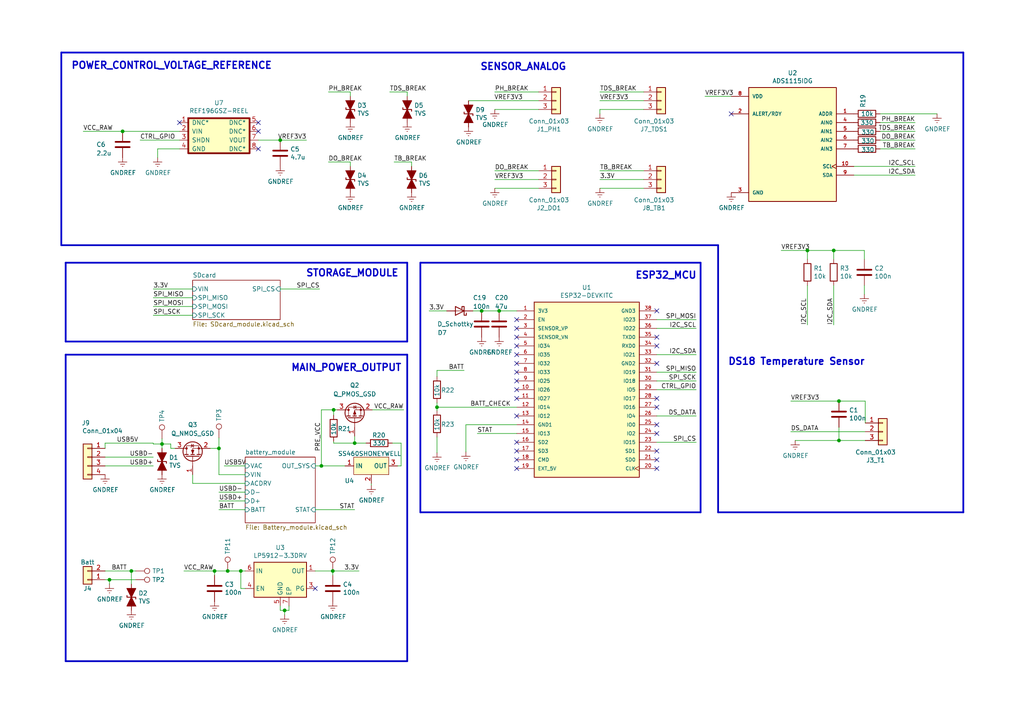
<source format=kicad_sch>
(kicad_sch (version 20230121) (generator eeschema)
  (paper "A4")
  (title_block (title "LIMPID varuna 5 V1.0") (company "LIMPID") (comment 1 "Francisco Duarte"))
  (lib_symbols
    (symbol "Connector:TestPoint" (pin_numbers hide) (pin_names (offset 0.762) hide)
      (property "Reference" "TP" (at 0 6.858 0))
      (property "Value" "TestPoint" (at 0 5.08 0))
      (symbol "TestPoint_0_1"
        (circle (center 0 3.302) (radius 0.762))
      )
      (symbol "TestPoint_1_1"
        (pin passive line (at 0 0 90) (length 2.54) (name "1") (number "1"))
      )
    )
    (symbol "Connector_Generic:Conn_01x02" (pin_names (offset 1.016) hide)
      (property "Reference" "J" (at 0 2.54 0))
      (property "Value" "Conn_01x02" (at 0 -5.08 0))
      (symbol "Conn_01x02_1_1"
        (rectangle (start -1.27 -2.413) (end 0 -2.667) (stroke (width 0.1524)))
        (rectangle (start -1.27 0.127) (end 0 -0.127) (stroke (width 0.1524)))
        (rectangle (start -1.27 1.27) (end 1.27 -3.81) (stroke (width 0.254)) (fill (type background)))
        (pin passive line (at -5.08 0 0) (length 3.81) (name "Pin_1") (number "1"))
        (pin passive line (at -5.08 -2.54 0) (length 3.81) (name "Pin_2") (number "2"))
      )
    )
    (symbol "Connector_Generic:Conn_01x03" (pin_names (offset 1.016) hide)
      (property "Reference" "J" (at 0 5.08 0))
      (property "Value" "Conn_01x03" (at 0 -5.08 0))
      (symbol "Conn_01x03_1_1"
        (rectangle (start -1.27 -2.413) (end 0 -2.667) (stroke (width 0.1524)))
        (rectangle (start -1.27 0.127) (end 0 -0.127) (stroke (width 0.1524)))
        (rectangle (start -1.27 2.667) (end 0 2.413) (stroke (width 0.1524)))
        (rectangle (start -1.27 3.81) (end 1.27 -3.81) (stroke (width 0.254)) (fill (type background)))
        (pin passive line (at -5.08 2.54 0) (length 3.81) (name "Pin_1") (number "1"))
        (pin passive line (at -5.08 0 0) (length 3.81) (name "Pin_2") (number "2"))
        (pin passive line (at -5.08 -2.54 0) (length 3.81) (name "Pin_3") (number "3"))
      )
    )
    (symbol "Connector_Generic:Conn_01x04" (pin_names (offset 1.016) hide)
      (property "Reference" "J" (at 0 5.08 0))
      (property "Value" "Conn_01x04" (at 0 -7.62 0))
      (symbol "Conn_01x04_1_1"
        (rectangle (start -1.27 -4.953) (end 0 -5.207) (stroke (width 0.1524)))
        (rectangle (start -1.27 -2.413) (end 0 -2.667) (stroke (width 0.1524)))
        (rectangle (start -1.27 0.127) (end 0 -0.127) (stroke (width 0.1524)))
        (rectangle (start -1.27 2.667) (end 0 2.413) (stroke (width 0.1524)))
        (rectangle (start -1.27 3.81) (end 1.27 -6.35) (stroke (width 0.254)) (fill (type background)))
        (pin passive line (at -5.08 2.54 0) (length 3.81) (name "Pin_1") (number "1"))
        (pin passive line (at -5.08 0 0) (length 3.81) (name "Pin_2") (number "2"))
        (pin passive line (at -5.08 -2.54 0) (length 3.81) (name "Pin_3") (number "3"))
        (pin passive line (at -5.08 -5.08 0) (length 3.81) (name "Pin_4") (number "4"))
      )
    )
    (symbol "Device:C" (pin_numbers hide) (pin_names (offset 0.254))
      (property "Reference" "C" (at 0.635 2.54 0))
      (property "Value" "C" (at 0.635 -2.54 0))
      (symbol "C_0_1"
        (polyline (pts (xy -2.032 -0.762) (xy 2.032 -0.762)) (stroke (width 0.508)))
        (polyline (pts (xy -2.032 0.762) (xy 2.032 0.762)) (stroke (width 0.508)))
      )
      (symbol "C_1_1"
        (pin passive line (at 0 3.81 270) (length 2.794) (name "~") (number "1"))
        (pin passive line (at 0 -3.81 90) (length 2.794) (name "~") (number "2"))
      )
    )
    (symbol "Device:D_Schottky" (pin_numbers hide) (pin_names (offset 1.016) hide)
      (property "Reference" "D" (at 0 2.54 0))
      (property "Value" "D_Schottky" (at 0 -2.54 0))
      (symbol "D_Schottky_0_1"
        (polyline (pts (xy 1.27 0) (xy -1.27 0)))
        (polyline (pts (xy 1.27 1.27) (xy 1.27 -1.27) (xy -1.27 0) (xy 1.27 1.27)) (stroke (width 0.254)))
        (polyline (pts (xy -1.905 0.635) (xy -1.905 1.27) (xy -1.27 1.27) (xy -1.27 -1.27) (xy -0.635 -1.27) (xy -0.635 -0.635)) (stroke (width 0.254)))
      )
      (symbol "D_Schottky_1_1"
        (pin passive line (at -3.81 0 0) (length 2.54) (name "K") (number "1"))
        (pin passive line (at 3.81 0 180) (length 2.54) (name "A") (number "2"))
      )
    )
    (symbol "Device:Q_NMOS_GSD" (pin_names (offset 0) hide)
      (property "Reference" "Q" (at 5.08 1.27 0))
      (property "Value" "Q_NMOS_GSD" (at 5.08 -1.27 0))
      (symbol "Q_NMOS_GSD_0_1"
        (polyline (pts (xy 0.254 0) (xy -2.54 0)))
        (polyline (pts (xy 0.254 1.905) (xy 0.254 -1.905)) (stroke (width 0.254)))
        (polyline (pts (xy 0.762 -1.27) (xy 0.762 -2.286)) (stroke (width 0.254)))
        (polyline (pts (xy 0.762 0.508) (xy 0.762 -0.508)) (stroke (width 0.254)))
        (polyline (pts (xy 0.762 2.286) (xy 0.762 1.27)) (stroke (width 0.254)))
        (polyline (pts (xy 2.54 2.54) (xy 2.54 1.778)))
        (polyline (pts (xy 2.54 -2.54) (xy 2.54 0) (xy 0.762 0)))
        (polyline (pts (xy 0.762 -1.778) (xy 3.302 -1.778) (xy 3.302 1.778) (xy 0.762 1.778)))
        (polyline (pts (xy 1.016 0) (xy 2.032 0.381) (xy 2.032 -0.381) (xy 1.016 0)) (fill (type outline)))
        (polyline (pts (xy 2.794 0.508) (xy 2.921 0.381) (xy 3.683 0.381) (xy 3.81 0.254)))
        (polyline (pts (xy 3.302 0.381) (xy 2.921 -0.254) (xy 3.683 -0.254) (xy 3.302 0.381)))
        (circle (center 1.651 0) (radius 2.794) (stroke (width 0.254)))
        (circle (center 2.54 -1.778) (radius 0.254) (fill (type outline)))
        (circle (center 2.54 1.778) (radius 0.254) (fill (type outline)))
      )
      (symbol "Q_NMOS_GSD_1_1"
        (pin input line (at -5.08 0 0) (length 2.54) (name "G") (number "1"))
        (pin passive line (at 2.54 -5.08 90) (length 2.54) (name "S") (number "2"))
        (pin passive line (at 2.54 5.08 270) (length 2.54) (name "D") (number "3"))
      )
    )
    (symbol "Device:Q_PMOS_GSD" (pin_names (offset 0) hide)
      (property "Reference" "Q" (at 5.08 1.27 0))
      (property "Value" "Q_PMOS_GSD" (at 5.08 -1.27 0))
      (symbol "Q_PMOS_GSD_0_1"
        (polyline (pts (xy 0.254 0) (xy -2.54 0)))
        (polyline (pts (xy 0.254 1.905) (xy 0.254 -1.905)) (stroke (width 0.254)))
        (polyline (pts (xy 0.762 -1.27) (xy 0.762 -2.286)) (stroke (width 0.254)))
        (polyline (pts (xy 0.762 0.508) (xy 0.762 -0.508)) (stroke (width 0.254)))
        (polyline (pts (xy 0.762 2.286) (xy 0.762 1.27)) (stroke (width 0.254)))
        (polyline (pts (xy 2.54 2.54) (xy 2.54 1.778)))
        (polyline (pts (xy 2.54 -2.54) (xy 2.54 0) (xy 0.762 0)))
        (polyline (pts (xy 0.762 1.778) (xy 3.302 1.778) (xy 3.302 -1.778) (xy 0.762 -1.778)))
        (polyline (pts (xy 2.286 0) (xy 1.27 0.381) (xy 1.27 -0.381) (xy 2.286 0)) (fill (type outline)))
        (polyline (pts (xy 2.794 -0.508) (xy 2.921 -0.381) (xy 3.683 -0.381) (xy 3.81 -0.254)))
        (polyline (pts (xy 3.302 -0.381) (xy 2.921 0.254) (xy 3.683 0.254) (xy 3.302 -0.381)))
        (circle (center 1.651 0) (radius 2.794) (stroke (width 0.254)))
        (circle (center 2.54 -1.778) (radius 0.254) (fill (type outline)))
        (circle (center 2.54 1.778) (radius 0.254) (fill (type outline)))
      )
      (symbol "Q_PMOS_GSD_1_1"
        (pin input line (at -5.08 0 0) (length 2.54) (name "G") (number "1"))
        (pin passive line (at 2.54 -5.08 90) (length 2.54) (name "S") (number "2"))
        (pin passive line (at 2.54 5.08 270) (length 2.54) (name "D") (number "3"))
      )
    )
    (symbol "Device:R" (pin_numbers hide) (pin_names (offset 0))
      (property "Reference" "R" (at 2.032 0 90))
      (property "Value" "R" (at 0 0 90))
      (symbol "R_0_1"
        (rectangle (start -1.016 -2.54) (end 1.016 2.54) (stroke (width 0.254)))
      )
      (symbol "R_1_1"
        (pin passive line (at 0 3.81 270) (length 1.27) (name "~") (number "1"))
        (pin passive line (at 0 -3.81 90) (length 1.27) (name "~") (number "2"))
      )
    )
    (symbol "ESP32-rescue:ADS1115IRUGR-ADS1115IRUGR" (pin_names (offset 1.016))
      (property "Reference" "U" (at -12.7 18.542 0))
      (property "Value" "ADS1115IRUGR-ADS1115IRUGR" (at -12.7 -17.78 0))
      (symbol "ADS1115IRUGR-ADS1115IRUGR_0_0"
        (rectangle (start -12.7 -15.24) (end 12.7 17.78) (stroke (width 0.254)) (fill (type background)))
        (pin input line (at -17.78 10.16 0) (length 5.08) (name "ADDR") (number "1"))
        (pin input clock (at -17.78 -5.08 0) (length 5.08) (name "SCL") (number "10"))
        (pin output line (at 17.78 10.16 180) (length 5.08) (name "ALERT/RDY") (number "2"))
        (pin power_in line (at 17.78 -12.7 180) (length 5.08) (name "GND") (number "3"))
        (pin input line (at -17.78 7.62 0) (length 5.08) (name "AIN0") (number "4"))
        (pin input line (at -17.78 5.08 0) (length 5.08) (name "AIN1") (number "5"))
        (pin input line (at -17.78 2.54 0) (length 5.08) (name "AIN2") (number "6"))
        (pin input line (at -17.78 0 0) (length 5.08) (name "AIN3") (number "7"))
        (pin power_in line (at 17.78 15.24 180) (length 5.08) (name "VDD") (number "8"))
        (pin bidirectional line (at -17.78 -7.62 0) (length 5.08) (name "SDA") (number "9"))
      )
    )
    (symbol "ESP32-rescue:AH3772-W-7"
      (property "Reference" "U" (at 0 2.54 0))
      (symbol "AH3772-W-7_1_1"
        (rectangle (start -5.08 1.27) (end 5.08 -3.81) (fill (type background)))
        (pin input line (at -7.62 -1.27 0) (length 2.54) (name "IN") (number "1"))
        (pin input line (at 0 -6.35 90) (length 2.54) (name "") (number "2"))
        (pin input line (at 7.62 -1.27 180) (length 2.54) (name "OUT") (number "3"))
      )
    )
    (symbol "ESP32-rescue:D_TVS_ALT-Device" (pin_numbers hide) (pin_names (offset 1.016) hide)
      (property "Reference" "D" (at 0 2.54 0))
      (property "Value" "Device_D_TVS_ALT" (at 0 -2.54 0))
      (symbol "D_TVS_ALT-Device_0_1"
        (polyline (pts (xy 1.27 0) (xy -1.27 0)))
        (polyline (pts (xy -2.54 -1.27) (xy 0 0) (xy -2.54 1.27) (xy -2.54 -1.27)) (stroke (width 0.254)) (fill (type outline)))
        (polyline (pts (xy 0.508 1.27) (xy 0 1.27) (xy 0 -1.27) (xy -0.508 -1.27)) (stroke (width 0.254)))
        (polyline (pts (xy 2.54 1.27) (xy 2.54 -1.27) (xy 0 0) (xy 2.54 1.27)) (stroke (width 0.254)) (fill (type outline)))
      )
      (symbol "D_TVS_ALT-Device_1_1"
        (pin passive line (at -3.81 0 0) (length 2.54) (name "A1") (number "1"))
        (pin passive line (at 3.81 0 180) (length 2.54) (name "A2") (number "2"))
      )
    )
    (symbol "ESP32-rescue:ESP32-DEVKITC-ESP32-DEVKITC" (pin_names (offset 1.016))
      (property "Reference" "U" (at -15.2654 26.0604 0))
      (property "Value" "ESP32-DEVKITC-ESP32-DEVKITC" (at -15.2654 -27.9654 0))
      (symbol "ESP32-DEVKITC-ESP32-DEVKITC_0_0"
        (rectangle (start -15.24 -25.4) (end 15.24 25.4) (stroke (width 0.254)) (fill (type background)))
        (pin power_in line (at -20.32 22.86 0) (length 5.08) (name "3V3") (number "1"))
        (pin bidirectional line (at -20.32 0 0) (length 5.08) (name "IO26") (number "10"))
        (pin bidirectional line (at -20.32 -2.54 0) (length 5.08) (name "IO27") (number "11"))
        (pin bidirectional line (at -20.32 -5.08 0) (length 5.08) (name "IO14") (number "12"))
        (pin bidirectional line (at -20.32 -7.62 0) (length 5.08) (name "IO12") (number "13"))
        (pin power_in line (at -20.32 -10.16 0) (length 5.08) (name "GND1") (number "14"))
        (pin bidirectional line (at -20.32 -12.7 0) (length 5.08) (name "IO13") (number "15"))
        (pin bidirectional line (at -20.32 -15.24 0) (length 5.08) (name "SD2") (number "16"))
        (pin bidirectional line (at -20.32 -17.78 0) (length 5.08) (name "SD3") (number "17"))
        (pin bidirectional line (at -20.32 -20.32 0) (length 5.08) (name "CMD") (number "18"))
        (pin power_in line (at -20.32 -22.86 0) (length 5.08) (name "EXT_5V") (number "19"))
        (pin input line (at -20.32 20.32 0) (length 5.08) (name "EN") (number "2"))
        (pin input clock (at 20.32 -22.86 180) (length 5.08) (name "CLK") (number "20"))
        (pin bidirectional line (at 20.32 -20.32 180) (length 5.08) (name "SD0") (number "21"))
        (pin bidirectional line (at 20.32 -17.78 180) (length 5.08) (name "SD1") (number "22"))
        (pin bidirectional line (at 20.32 -15.24 180) (length 5.08) (name "IO15") (number "23"))
        (pin bidirectional line (at 20.32 -12.7 180) (length 5.08) (name "IO2") (number "24"))
        (pin bidirectional line (at 20.32 -10.16 180) (length 5.08) (name "IO0") (number "25"))
        (pin bidirectional line (at 20.32 -7.62 180) (length 5.08) (name "IO4") (number "26"))
        (pin bidirectional line (at 20.32 -5.08 180) (length 5.08) (name "IO16") (number "27"))
        (pin bidirectional line (at 20.32 -2.54 180) (length 5.08) (name "IO17") (number "28"))
        (pin bidirectional line (at 20.32 0 180) (length 5.08) (name "IO5") (number "29"))
        (pin input line (at -20.32 17.78 0) (length 5.08) (name "SENSOR_VP") (number "3"))
        (pin bidirectional line (at 20.32 2.54 180) (length 5.08) (name "IO18") (number "30"))
        (pin bidirectional line (at 20.32 5.08 180) (length 5.08) (name "IO19") (number "31"))
        (pin power_in line (at 20.32 7.62 180) (length 5.08) (name "GND2") (number "32"))
        (pin bidirectional line (at 20.32 10.16 180) (length 5.08) (name "IO21") (number "33"))
        (pin input line (at 20.32 12.7 180) (length 5.08) (name "RXD0") (number "34"))
        (pin output line (at 20.32 15.24 180) (length 5.08) (name "TXD0") (number "35"))
        (pin bidirectional line (at 20.32 17.78 180) (length 5.08) (name "IO22") (number "36"))
        (pin bidirectional line (at 20.32 20.32 180) (length 5.08) (name "IO23") (number "37"))
        (pin power_in line (at 20.32 22.86 180) (length 5.08) (name "GND3") (number "38"))
        (pin input line (at -20.32 15.24 0) (length 5.08) (name "SENSOR_VN") (number "4"))
        (pin bidirectional line (at -20.32 12.7 0) (length 5.08) (name "IO34") (number "5"))
        (pin bidirectional line (at -20.32 10.16 0) (length 5.08) (name "IO35") (number "6"))
        (pin bidirectional line (at -20.32 7.62 0) (length 5.08) (name "IO32") (number "7"))
        (pin bidirectional line (at -20.32 5.08 0) (length 5.08) (name "IO33") (number "8"))
        (pin bidirectional line (at -20.32 2.54 0) (length 5.08) (name "IO25") (number "9"))
      )
    )
    (symbol "ESP32-rescue:LT1461CIS8-4#PBF-REF3433IDBVR" (pin_names (offset 1.016))
      (property "Reference" "U" (at 2.54 10.16 0))
      (property "Value" "LT1461CIS8-4#PBF-REF3433IDBVR" (at 3.81 7.62 0))
      (symbol "LT1461CIS8-4#PBF-REF3433IDBVR_0_1"
        (rectangle (start -5.08 5.08) (end 12.7 -5.08) (stroke (width 0.508)) (fill (type background)))
      )
      (symbol "LT1461CIS8-4#PBF-REF3433IDBVR_1_1"
        (pin input line (at -7.62 3.81 0) (length 2.54) (name "DNC*") (number "1"))
        (pin input line (at -7.62 1.27 0) (length 2.54) (name "VIN") (number "2"))
        (pin bidirectional line (at -7.62 -1.27 0) (length 2.54) (name "SHDN") (number "3"))
        (pin power_in line (at -7.62 -3.81 0) (length 2.54) (name "GND") (number "4"))
        (pin input line (at 15.24 3.81 180) (length 2.54) (name "DNC*") (number "5"))
        (pin input line (at 15.24 1.27 180) (length 2.54) (name "DNC*") (number "6"))
        (pin output line (at 15.24 -1.27 180) (length 2.54) (name "VOUT") (number "7"))
        (pin input line (at 15.24 -3.81 180) (length 2.54) (name "DNC*") (number "8"))
      )
    )
    (symbol "Regulator_Linear:LP5912-3.3DRV"
      (property "Reference" "U" (at -3.81 6.35 0))
      (property "Value" "LP5912-3.3DRV" (at 6.35 6.35 0))
      (symbol "LP5912-3.3DRV_0_1"
        (rectangle (start -7.62 -5.08) (end 7.62 5.08) (stroke (width 0.254)) (fill (type background)))
        (pin power_out line (at 10.16 2.54 180) (length 2.54) (name "OUT") (number "1"))
        (pin no_connect line (at 7.62 0 180) (length 2.54) hide (name "NC") (number "2"))
        (pin input line (at -10.16 -2.54 0) (length 2.54) (name "EN") (number "4"))
        (pin power_in line (at 0 -7.62 90) (length 2.54) (name "GND") (number "5"))
        (pin power_in line (at -10.16 2.54 0) (length 2.54) (name "IN") (number "6"))
      )
      (symbol "LP5912-3.3DRV_1_1"
        (pin open_collector line (at 10.16 -2.54 180) (length 2.54) (name "PG") (number "3"))
        (pin passive line (at 2.54 -7.62 90) (length 2.54) (name "EP") (number "7"))
      )
    )
    (symbol "power:GNDREF" (power) (pin_names (offset 0))
      (property "Value" "GNDREF" (at 0 -3.81 0))
      (symbol "GNDREF_0_1"
        (polyline (pts (xy -0.635 -1.905) (xy 0.635 -1.905)))
        (polyline (pts (xy -0.127 -2.54) (xy 0.127 -2.54)))
        (polyline (pts (xy 0 -1.27) (xy 0 0)))
        (polyline (pts (xy 1.27 -1.27) (xy -1.27 -1.27)))
      )
      (symbol "GNDREF_1_1"
        (pin power_in line (at 0 0 270) (length 0) hide (name "GNDREF") (number "1"))
      )
    )
  )
  (junction (at 93.218 135.128))
  (junction (at 38.1 165.608))
  (junction (at 144.78 90.17))
  (junction (at 96.774 118.872))
  (junction (at 96.52 165.608))
  (junction (at 126.746 118.11))
  (junction (at 82.55 177.038))
  (junction (at 81.28 40.64))
  (junction (at 139.7 90.17))
  (junction (at 35.56 38.1))
  (junction (at 62.23 165.608))
  (junction (at 234.188 72.644))
  (junction (at 69.85 165.608))
  (junction (at 46.99 128.778))
  (junction (at 241.808 72.644))
  (junction (at 102.87 128.524))
  (junction (at 31.75 168.148))
  (junction (at 243.332 127.762))
  (junction (at 63.5 130.048))
  (junction (at 243.332 116.332))
  (junction (at 66.04 165.608))
  (no_connect (at 149.86 107.95))
  (no_connect (at 74.93 38.1))
  (no_connect (at 149.86 120.65))
  (no_connect (at 212.09 33.02))
  (no_connect (at 149.86 110.49))
  (no_connect (at 190.5 118.11))
  (no_connect (at 190.5 133.35))
  (no_connect (at 91.44 170.688))
  (no_connect (at 190.5 105.41))
  (no_connect (at 149.86 105.41))
  (no_connect (at 190.5 90.17))
  (no_connect (at 149.86 115.57))
  (no_connect (at 149.86 100.33))
  (no_connect (at 149.86 135.89))
  (no_connect (at 190.5 135.89))
  (no_connect (at 190.5 123.19))
  (no_connect (at 149.86 130.81))
  (no_connect (at 149.86 97.79))
  (no_connect (at 190.5 100.33))
  (no_connect (at 74.93 43.18))
  (no_connect (at 52.07 35.56))
  (no_connect (at 190.5 125.73))
  (no_connect (at 74.93 35.56))
  (no_connect (at 149.86 95.25))
  (no_connect (at 149.86 133.35))
  (no_connect (at 149.86 128.27))
  (no_connect (at 190.5 130.81))
  (no_connect (at 149.86 113.03))
  (no_connect (at 149.86 102.87))
  (no_connect (at 149.86 92.71))
  (no_connect (at 190.5 115.57))
  (no_connect (at 190.5 97.79))
  (polyline (pts (xy 19.05 99.06) (xy 19.05 76.2)) (stroke (width 0.508)))
  (wire (pts (xy 46.99 127.254) (xy 46.99 128.778)))
  (polyline (pts (xy 118.11 76.2) (xy 118.11 99.06)) (stroke (width 0.508)))
  (wire (pts (xy 186.69 54.61) (xy 173.99 54.61)))
  (polyline (pts (xy 17.78 15.24) (xy 17.78 71.12)) (stroke (width 0.508)))
  (wire (pts (xy 49.53 128.778) (xy 49.53 130.048)))
  (wire (pts (xy 107.95 118.872) (xy 117.094 118.872)))
  (wire (pts (xy 97.79 118.872) (xy 96.774 118.872)))
  (polyline (pts (xy 121.92 76.2) (xy 121.92 148.59)) (stroke (width 0.508)))
  (wire (pts (xy 234.188 75.184) (xy 234.188 72.644)))
  (wire (pts (xy 102.87 126.492) (xy 102.87 128.524)))
  (wire (pts (xy 91.44 135.128) (xy 93.218 135.128)))
  (wire (pts (xy 71.12 170.688) (xy 69.85 170.688)))
  (wire (pts (xy 212.09 27.94) (xy 204.47 27.94)))
  (wire (pts (xy 30.48 132.588) (xy 44.45 132.588)))
  (wire (pts (xy 81.28 40.64) (xy 88.9 40.64)))
  (wire (pts (xy 201.93 128.27) (xy 190.5 128.27)))
  (wire (pts (xy 241.808 94.234) (xy 241.808 82.804)))
  (wire (pts (xy 30.48 128.524) (xy 30.48 130.048)))
  (wire (pts (xy 63.5 127) (xy 63.5 130.048)))
  (wire (pts (xy 201.93 113.03) (xy 190.5 113.03)))
  (polyline (pts (xy 121.92 148.59) (xy 203.2 148.59)) (stroke (width 0.508)))
  (wire (pts (xy 30.48 168.148) (xy 31.75 168.148)))
  (wire (pts (xy 230.632 127.762) (xy 243.332 127.762)))
  (wire (pts (xy 255.27 43.18) (xy 265.43 43.18)))
  (polyline (pts (xy 208.28 71.12) (xy 208.28 148.59)) (stroke (width 0.508)))
  (wire (pts (xy 60.96 130.048) (xy 63.5 130.048)))
  (wire (pts (xy 31.75 169.418) (xy 31.75 168.148)))
  (wire (pts (xy 63.5 130.048) (xy 63.5 137.668)))
  (wire (pts (xy 30.48 128.524) (xy 44.45 128.524)))
  (wire (pts (xy 126.746 116.84) (xy 126.746 118.11)))
  (wire (pts (xy 201.93 120.65) (xy 190.5 120.65)))
  (wire (pts (xy 44.45 88.9) (xy 55.88 88.9)))
  (wire (pts (xy 234.188 94.234) (xy 234.188 82.804)))
  (wire (pts (xy 83.82 175.768) (xy 83.82 177.038)))
  (wire (pts (xy 38.1 169.418) (xy 38.1 165.608)))
  (wire (pts (xy 173.99 29.21) (xy 186.69 29.21)))
  (wire (pts (xy 44.45 91.44) (xy 55.88 91.44)))
  (wire (pts (xy 82.55 177.038) (xy 82.55 178.308)))
  (wire (pts (xy 201.93 92.71) (xy 190.5 92.71)))
  (wire (pts (xy 250.952 122.682) (xy 250.952 116.332)))
  (wire (pts (xy 31.75 168.148) (xy 39.37 168.148)))
  (wire (pts (xy 255.27 40.64) (xy 265.43 40.64)))
  (wire (pts (xy 96.774 128.016) (xy 96.774 128.524)))
  (polyline (pts (xy 279.4 148.59) (xy 279.4 15.24)) (stroke (width 0.508)))
  (wire (pts (xy 241.808 72.644) (xy 234.188 72.644)))
  (wire (pts (xy 62.23 165.608) (xy 66.04 165.608)))
  (wire (pts (xy 126.746 118.11) (xy 126.746 119.126)))
  (polyline (pts (xy 19.05 102.87) (xy 118.11 102.87)) (stroke (width 0.508)))
  (wire (pts (xy 101.6 48.26) (xy 101.6 46.99)))
  (wire (pts (xy 102.87 128.524) (xy 106.172 128.524)))
  (wire (pts (xy 96.774 128.524) (xy 102.87 128.524)))
  (wire (pts (xy 49.53 130.048) (xy 50.8 130.048)))
  (wire (pts (xy 96.52 165.608) (xy 104.14 165.608)))
  (wire (pts (xy 66.04 165.608) (xy 69.85 165.608)))
  (wire (pts (xy 186.69 49.53) (xy 173.99 49.53)))
  (wire (pts (xy 250.698 72.644) (xy 250.698 75.184)))
  (wire (pts (xy 83.82 177.038) (xy 82.55 177.038)))
  (wire (pts (xy 144.78 90.17) (xy 149.86 90.17)))
  (wire (pts (xy 46.99 128.778) (xy 44.45 128.778)))
  (wire (pts (xy 250.698 82.804) (xy 250.698 85.344)))
  (wire (pts (xy 44.45 128.524) (xy 44.45 128.778)))
  (wire (pts (xy 139.7 90.17) (xy 144.78 90.17)))
  (wire (pts (xy 116.332 135.128) (xy 115.316 135.128)))
  (wire (pts (xy 91.44 165.608) (xy 96.52 165.608)))
  (wire (pts (xy 143.51 54.61) (xy 156.21 54.61)))
  (wire (pts (xy 38.1 165.608) (xy 39.37 165.608)))
  (wire (pts (xy 35.56 38.1) (xy 52.07 38.1)))
  (wire (pts (xy 173.99 52.07) (xy 186.69 52.07)))
  (wire (pts (xy 93.218 118.872) (xy 93.218 135.128)))
  (wire (pts (xy 116.332 128.524) (xy 116.332 135.128)))
  (wire (pts (xy 201.93 95.25) (xy 190.5 95.25)))
  (wire (pts (xy 186.69 26.67) (xy 173.99 26.67)))
  (wire (pts (xy 126.746 126.746) (xy 126.746 131.318)))
  (wire (pts (xy 45.72 45.72) (xy 45.72 43.18)))
  (wire (pts (xy 93.218 135.128) (xy 100.076 135.128)))
  (wire (pts (xy 53.34 165.608) (xy 62.23 165.608)))
  (wire (pts (xy 173.99 31.75) (xy 173.99 33.02)))
  (wire (pts (xy 243.332 123.952) (xy 243.332 127.762)))
  (wire (pts (xy 91.44 147.828) (xy 102.87 147.828)))
  (wire (pts (xy 46.99 128.778) (xy 49.53 128.778)))
  (wire (pts (xy 186.69 31.75) (xy 173.99 31.75)))
  (polyline (pts (xy 118.11 99.06) (xy 19.05 99.06)) (stroke (width 0.508)))
  (wire (pts (xy 65.024 135.128) (xy 71.12 135.128)))
  (wire (pts (xy 156.21 49.53) (xy 143.51 49.53)))
  (wire (pts (xy 81.28 175.768) (xy 81.28 177.038)))
  (wire (pts (xy 126.746 109.22) (xy 126.746 107.442)))
  (polyline (pts (xy 19.05 76.2) (xy 118.11 76.2)) (stroke (width 0.508)))
  (wire (pts (xy 93.218 118.872) (xy 96.774 118.872)))
  (wire (pts (xy 101.6 27.94) (xy 101.6 26.67)))
  (wire (pts (xy 138.43 125.73) (xy 149.86 125.73)))
  (wire (pts (xy 71.12 142.748) (xy 63.5 142.748)))
  (wire (pts (xy 46.99 130.048) (xy 46.99 128.778)))
  (wire (pts (xy 101.6 46.99) (xy 95.25 46.99)))
  (wire (pts (xy 74.93 40.64) (xy 81.28 40.64)))
  (wire (pts (xy 143.51 26.67) (xy 156.21 26.67)))
  (wire (pts (xy 241.808 75.184) (xy 241.808 72.644)))
  (wire (pts (xy 40.64 40.64) (xy 52.07 40.64)))
  (wire (pts (xy 265.43 50.8) (xy 247.65 50.8)))
  (polyline (pts (xy 118.11 191.77) (xy 19.05 191.77)) (stroke (width 0.508)))
  (wire (pts (xy 63.5 137.668) (xy 71.12 137.668)))
  (wire (pts (xy 265.43 48.26) (xy 247.65 48.26)))
  (wire (pts (xy 255.27 38.1) (xy 265.43 38.1)))
  (polyline (pts (xy 19.05 191.77) (xy 19.05 102.87)) (stroke (width 0.508)))
  (polyline (pts (xy 17.78 71.12) (xy 208.28 71.12)) (stroke (width 0.508)))
  (wire (pts (xy 201.93 102.87) (xy 190.5 102.87)))
  (wire (pts (xy 190.5 107.95) (xy 201.93 107.95)))
  (wire (pts (xy 45.72 43.18) (xy 52.07 43.18)))
  (wire (pts (xy 35.56 38.1) (xy 24.13 38.1)))
  (wire (pts (xy 30.48 135.128) (xy 44.45 135.128)))
  (polyline (pts (xy 121.92 76.2) (xy 203.2 76.2)) (stroke (width 0.508)))
  (wire (pts (xy 119.38 46.99) (xy 114.3 46.99)))
  (wire (pts (xy 271.78 33.02) (xy 255.27 33.02)))
  (wire (pts (xy 241.808 72.644) (xy 250.698 72.644)))
  (wire (pts (xy 118.11 27.94) (xy 118.11 26.67)))
  (wire (pts (xy 101.6 26.67) (xy 95.25 26.67)))
  (wire (pts (xy 92.71 83.82) (xy 81.28 83.82)))
  (wire (pts (xy 156.21 31.75) (xy 143.51 31.75)))
  (wire (pts (xy 126.746 107.442) (xy 134.62 107.442)))
  (polyline (pts (xy 118.11 102.87) (xy 118.11 191.77)) (stroke (width 0.508)))
  (wire (pts (xy 229.362 125.222) (xy 250.952 125.222)))
  (polyline (pts (xy 208.28 148.59) (xy 279.4 148.59)) (stroke (width 0.508)))
  (wire (pts (xy 62.23 166.878) (xy 62.23 165.608)))
  (wire (pts (xy 234.188 72.644) (xy 226.568 72.644)))
  (wire (pts (xy 135.89 29.21) (xy 156.21 29.21)))
  (wire (pts (xy 118.11 26.67) (xy 113.03 26.67)))
  (wire (pts (xy 126.746 118.11) (xy 149.86 118.11)))
  (wire (pts (xy 250.952 116.332) (xy 243.332 116.332)))
  (wire (pts (xy 55.88 140.208) (xy 55.88 137.668)))
  (wire (pts (xy 81.28 177.038) (xy 82.55 177.038)))
  (wire (pts (xy 69.85 165.608) (xy 71.12 165.608)))
  (wire (pts (xy 96.52 166.878) (xy 96.52 165.608)))
  (wire (pts (xy 135.128 123.19) (xy 149.86 123.19)))
  (wire (pts (xy 243.332 127.762) (xy 250.952 127.762)))
  (polyline (pts (xy 203.2 148.59) (xy 203.2 76.2)) (stroke (width 0.508)))
  (polyline (pts (xy 279.4 15.24) (xy 17.78 15.24)) (stroke (width 0.508)))
  (wire (pts (xy 44.45 83.82) (xy 55.88 83.82)))
  (wire (pts (xy 135.128 131.064) (xy 135.128 123.19)))
  (wire (pts (xy 229.362 116.332) (xy 243.332 116.332)))
  (wire (pts (xy 71.12 140.208) (xy 55.88 140.208)))
  (wire (pts (xy 30.48 165.608) (xy 38.1 165.608)))
  (wire (pts (xy 96.774 118.872) (xy 96.774 120.396)))
  (wire (pts (xy 143.51 52.07) (xy 156.21 52.07)))
  (wire (pts (xy 113.792 128.524) (xy 116.332 128.524)))
  (wire (pts (xy 71.12 147.828) (xy 63.5 147.828)))
  (wire (pts (xy 137.16 90.17) (xy 139.7 90.17)))
  (wire (pts (xy 107.696 140.208) (xy 107.696 140.716)))
  (wire (pts (xy 255.27 35.56) (xy 265.43 35.56)))
  (wire (pts (xy 119.38 48.26) (xy 119.38 46.99)))
  (wire (pts (xy 201.93 110.49) (xy 190.5 110.49)))
  (wire (pts (xy 71.12 145.288) (xy 63.5 145.288)))
  (wire (pts (xy 69.85 170.688) (xy 69.85 165.608)))
  (wire (pts (xy 55.88 86.36) (xy 44.45 86.36)))
  (wire (pts (xy 129.54 90.17) (xy 124.46 90.17)))
  (text "ESP32_MCU\n\n\n" (at 184.15 87.63 0) (effects (font (size 2.0066 2.0066) (thickness 0.4013) bold) (justify left bottom)))
  (text "DS18 Temperature Sensor\n" (at 211.074 106.172 0) (effects (font (size 2.0066 2.0066) (thickness 0.4013) bold) (justify left bottom)))
  (text "SENSOR_ANALOG\n\n" (at 139.192 23.876 0) (effects (font (size 2.0066 2.0066) (thickness 0.4013) bold) (justify left bottom)))
  (text "POWER_CONTROL_VOLTAGE_REFERENCE\n" (at 20.574 20.32 0) (effects (font (size 2.0066 2.0066) (thickness 0.4013) bold) (justify left bottom)))
  (text "MAIN_POWER_OUTPUT\n" (at 84.328 107.95 0) (effects (font (size 2.0066 2.0066) (thickness 0.4013) bold) (justify left bottom)))
  (text "STORAGE_MODULE\n" (at 88.646 80.518 0) (effects (font (size 2.0066 2.0066) (thickness 0.4013) bold) (justify left bottom)))
  (label "TB_BREAK" (at 173.99 49.53 0))
  (label "TDS_BREAK" (at 113.03 26.67 0))
  (label "3.3V" (at 124.46 90.17 0))
  (label "SPI_SCK" (at 44.45 91.44 0))
  (label "TDS_BREAK" (at 265.43 38.1 180))
  (label "PH_BREAK" (at 143.51 26.67 0))
  (label "USB5V" (at 65.024 135.128 0))
  (label "VREF3V3" (at 204.47 27.94 0))
  (label "USBD-" (at 44.45 132.588 180))
  (label "I2C_SCL" (at 265.43 48.26 180))
  (label "BATT" (at 36.83 165.608 180))
  (label "SPI_MISO" (at 201.93 107.95 180))
  (label "3.3V" (at 104.14 165.608 180))
  (label "I2C_SCL" (at 234.188 94.234 90))
  (label "CTRL_GPIO" (at 201.93 113.03 180))
  (label "3.3V" (at 44.45 83.82 0))
  (label "TDS_BREAK" (at 173.99 26.67 0))
  (label "TB_BREAK" (at 265.43 43.18 180))
  (label "I2C_SCL" (at 201.93 95.25 180))
  (label "VREF3V3" (at 88.9 40.64 180))
  (label "SPI_MOSI" (at 44.45 88.9 0))
  (label "SPI_SCK" (at 201.93 110.49 180))
  (label "PRE_VCC" (at 93.218 122.428 270))
  (label "PH_BREAK" (at 265.43 35.56 180))
  (label "USBD+" (at 44.45 135.128 180))
  (label "BATT_CHECK" (at 136.398 118.11 0))
  (label "PH_BREAK" (at 95.25 26.67 0))
  (label "USB5V" (at 40.132 128.524 180))
  (label "SPI_MOSI" (at 201.93 92.71 180))
  (label "VCC_RAW" (at 117.094 118.872 180))
  (label "STAT" (at 138.43 125.73 0))
  (label "VREF3V3" (at 151.638 29.21 180))
  (label "DO_BREAK" (at 95.25 46.99 0))
  (label "VREF3V3" (at 226.568 72.644 0))
  (label "I2C_SDA" (at 201.93 102.87 180))
  (label "DS_DATA" (at 229.362 125.222 0))
  (label "I2C_SDA" (at 241.808 94.234 90))
  (label "DS_DATA" (at 201.93 120.65 180))
  (label "STAT" (at 102.87 147.828 180))
  (label "VCC_RAW" (at 24.13 38.1 0))
  (label "3.3V" (at 173.99 52.07 0))
  (label "BATT" (at 63.5 147.828 0))
  (label "USBD+" (at 63.5 145.288 0))
  (label "DO_BREAK" (at 143.51 49.53 0))
  (label "USBD-" (at 63.5 142.748 0))
  (label "VREF3V3" (at 143.51 52.07 0))
  (label "I2C_SDA" (at 265.43 50.8 180))
  (label "TB_BREAK" (at 114.3 46.99 0))
  (label "DO_BREAK" (at 265.43 40.64 180))
  (label "SPI_CS" (at 201.93 128.27 180))
  (label "SPI_MISO" (at 44.45 86.36 0))
  (label "SPI_CS" (at 92.71 83.82 180))
  (label "CTRL_GPIO" (at 40.64 40.64 0))
  (label "VCC_RAW" (at 53.34 165.608 0))
  (label "BATT" (at 134.62 107.442 180))
  (label "VREF3V3" (at 229.362 116.332 0))
  (label "VREF3V3" (at 173.99 29.21 0))
  (symbol (lib_id "ESP32-rescue:ADS1115IRUGR-ADS1115IRUGR") (at 229.87 43.18 0) (mirror y) (unit 1)
    (property "Reference" "U2" (at 229.87 21.1582 0))
    (property "Value" "ADS1115IDG" (at 229.87 23.4696 0))
    (property "Footprint" "footprints:SOP50P490X110-10N" (effects hide))
    (property "MF" "Texas Instruments" (effects hide))
    (property "DESCRIPTION" "16-Bit, 860SPS, 4-Ch Delta-Sigma ADC w/ PGA, Oscillator, Voltage Reference, Comparator & I2C 10-X2QFN -40 to 125" (effects hide))
    (property "PACKAGE" "XFQFN-10 Texas Instruments" (effects hide))
    (property "PRICE" "None" (effects hide))
    (property "MP" "ADS1115IRUGR" (effects hide))
    (property "AVAILABILITY" "Unavailable" (effects hide))
    (property "PN" "ADS1115IDG" (effects hide))
  )
  (symbol (lib_id "Device:R") (at 234.188 78.994 0) (unit 1)
    (property "Reference" "R1" (at 235.966 77.8256 0) (effects (justify left)))
    (property "Value" "10k" (at 235.966 80.137 0) (effects (justify left)))
    (property "Footprint" "Resistor_SMD:R_0603_1608Metric" (effects hide))
    (property "PN" "HV731JRTTD1002F" (effects hide))
  )
  (symbol (lib_id "Device:R") (at 241.808 78.994 0) (unit 1)
    (property "Reference" "R3" (at 243.586 77.8256 0) (effects (justify left)))
    (property "Value" "10k" (at 243.586 80.137 0) (effects (justify left)))
    (property "Footprint" "Resistor_SMD:R_0603_1608Metric" (effects hide))
    (property "PN" "HV731JRTTD1002F" (effects hide))
  )
  (symbol (lib_id "Device:C") (at 250.698 78.994 0) (unit 1)
    (property "Reference" "C2" (at 253.619 77.8256 0) (effects (justify left)))
    (property "Value" "100n" (at 253.619 80.137 0) (effects (justify left)))
    (property "Footprint" "Capacitor_SMD:C_0603_1608Metric" (effects hide))
    (property "PN" "C0603C104K1RACAUTO" (effects hide))
  )
  (symbol (lib_id "Device:C") (at 243.332 120.142 0) (unit 1)
    (property "Reference" "C1" (at 246.253 118.9736 0) (effects (justify left)))
    (property "Value" "100n" (at 246.253 121.285 0) (effects (justify left)))
    (property "Footprint" "Capacitor_SMD:C_0603_1608Metric" (effects hide))
    (property "PN" "C0603C104K1RACAUTO" (effects hide))
  )
  (symbol (lib_id "Connector_Generic:Conn_01x02") (at 25.4 168.148 180) (unit 1)
    (property "Reference" "J4" (at 25.4 170.688 0))
    (property "Value" "Batt" (at 25.4 163.068 0))
    (property "Footprint" "footprints:1121" (effects hide))
    (property "PN" "1121 KEYSTONE" (effects hide))
  )
  (symbol (lib_id "power:GNDREF") (at 31.75 169.418 0) (unit 1)
    (property "Reference" "#PWR010" (effects hide))
    (property "Value" "GNDREF" (at 31.877 173.8122 0))
  )
  (symbol (lib_id "ESP32-rescue:D_TVS_ALT-Device") (at 46.99 133.858 270) (unit 1)
    (property "Reference" "D1" (at 49.022 132.6896 90) (effects (justify left)))
    (property "Value" "TVS" (at 49.022 135.001 90) (effects (justify left)))
    (property "Footprint" "Diode_SMD:D_SOD-523" (effects hide))
    (property "PN" "CPDU12V" (effects hide))
  )
  (symbol (lib_id "power:GNDREF") (at 46.99 137.668 0) (unit 1)
    (property "Reference" "#PWR012" (effects hide))
    (property "Value" "GNDREF" (at 47.117 142.0622 0))
  )
  (symbol (lib_id "Connector_Generic:Conn_01x03") (at 256.032 125.222 0) (unit 1)
    (property "Reference" "J3_T1" (at 253.9492 133.477 0))
    (property "Value" "Conn_01x03" (at 253.9492 131.1656 0))
    (property "Footprint" "footprints:JST_S3B-PH-SM4-TB(LF)(SN)" (effects hide))
    (property "PN" "S3B-PH-SM4-TB (LF)(SN)" (effects hide))
  )
  (symbol (lib_id "power:GNDREF") (at 135.128 131.064 0) (unit 1)
    (property "Reference" "#PWR02" (effects hide))
    (property "Value" "GNDREF" (at 135.255 135.4582 0))
  )
  (symbol (lib_id "power:GNDREF") (at 230.632 127.762 0) (unit 1)
    (property "Reference" "#PWR04" (effects hide))
    (property "Value" "GNDREF" (at 230.759 132.1562 0))
  )
  (symbol (lib_id "Regulator_Linear:LP5912-3.3DRV") (at 81.28 168.148 0) (unit 1)
    (property "Reference" "U3" (at 81.28 158.8262 0))
    (property "Value" "LP5912-3.3DRV" (at 81.28 161.1376 0))
    (property "Footprint" "footprints:asdasdasd" (effects hide))
    (property "Datasheet" "http://www.ti.com/lit/ds/symlink/lp5912.pdf" (effects hide))
    (property "PN" "LP5912-3.3DRVR" (effects hide))
  )
  (symbol (lib_id "Connector:TestPoint") (at 39.37 165.608 270) (unit 1)
    (property "Reference" "TP1" (at 44.1452 165.608 90) (effects (justify left)))
    (property "Value" " " (effects hide))
    (property "Footprint" "TestPoint:TestPoint_Pad_3.0x3.0mm" (effects hide))
    (property "PN" "-" (effects hide))
  )
  (symbol (lib_id "Connector:TestPoint") (at 39.37 168.148 270) (unit 1)
    (property "Reference" "TP2" (at 44.1452 168.148 90) (effects (justify left)))
    (property "Value" " " (effects hide))
    (property "Footprint" "TestPoint:TestPoint_Pad_3.0x3.0mm" (effects hide))
    (property "PN" "-" (effects hide))
  )
  (symbol (lib_id "power:GNDREF") (at 250.698 85.344 0) (unit 1)
    (property "Reference" "#PWR07" (effects hide))
    (property "Value" "GNDREF" (at 250.825 89.7382 0))
  )
  (symbol (lib_id "power:GNDREF") (at 271.78 33.02 0) (unit 1)
    (property "Reference" "#PWR027" (effects hide))
    (property "Value" "GNDREF" (at 271.907 37.4142 0))
  )
  (symbol (lib_id "ESP32-rescue:D_TVS_ALT-Device") (at 38.1 173.228 270) (unit 1)
    (property "Reference" "D2" (at 40.132 172.0596 90) (effects (justify left)))
    (property "Value" "TVS" (at 40.132 174.371 90) (effects (justify left)))
    (property "Footprint" "Diode_SMD:D_SOD-523" (effects hide))
    (property "PN" "CPDU12V" (effects hide))
  )
  (symbol (lib_id "power:GNDREF") (at 38.1 177.038 0) (unit 1)
    (property "Reference" "#PWR014" (effects hide))
    (property "Value" "GNDREF" (at 38.227 181.4322 0))
  )
  (symbol (lib_id "Connector_Generic:Conn_01x03") (at 161.29 52.07 0) (unit 1)
    (property "Reference" "J2_DO1" (at 159.2072 60.325 0))
    (property "Value" "Conn_01x03" (at 159.2072 58.0136 0))
    (property "Footprint" "footprints:JST_S3B-PH-SM4-TB(LF)(SN)" (effects hide))
    (property "PN" "S3B-PH-SM4-TB (LF)(SN)" (effects hide))
  )
  (symbol (lib_id "power:GNDREF") (at 143.51 54.61 0) (unit 1)
    (property "Reference" "#PWR06" (effects hide))
    (property "Value" "GNDREF" (at 143.637 59.0042 0))
  )
  (symbol (lib_id "Connector_Generic:Conn_01x03") (at 191.77 52.07 0) (unit 1)
    (property "Reference" "J8_TB1" (at 189.6872 60.325 0))
    (property "Value" "Conn_01x03" (at 189.6872 58.0136 0))
    (property "Footprint" "footprints:JST_S3B-PH-SM4-TB(LF)(SN)" (effects hide))
    (property "PN" "S3B-PH-SM4-TB (LF)(SN)" (effects hide))
  )
  (symbol (lib_id "power:GNDREF") (at 173.99 54.61 0) (unit 1)
    (property "Reference" "#PWR026" (effects hide))
    (property "Value" "GNDREF" (at 174.117 59.0042 0))
  )
  (symbol (lib_id "Connector_Generic:Conn_01x03") (at 161.29 29.21 0) (unit 1)
    (property "Reference" "J1_PH1" (at 159.2072 37.465 0))
    (property "Value" "Conn_01x03" (at 159.2072 35.1536 0))
    (property "Footprint" "footprints:JST_S3B-PH-SM4-TB(LF)(SN)" (effects hide))
    (property "PN" "S3B-PH-SM4-TB (LF)(SN)" (effects hide))
  )
  (symbol (lib_id "power:GNDREF") (at 143.51 31.75 0) (unit 1)
    (property "Reference" "#PWR05" (effects hide))
    (property "Value" "GNDREF" (at 143.637 36.1442 0))
  )
  (symbol (lib_id "Connector_Generic:Conn_01x03") (at 191.77 29.21 0) (unit 1)
    (property "Reference" "J7_TDS1" (at 189.6872 37.465 0))
    (property "Value" "Conn_01x03" (at 189.6872 35.1536 0))
    (property "Footprint" "footprints:JST_S3B-PH-SM4-TB(LF)(SN)" (effects hide))
    (property "PN" "S3B-PH-SM4-TB (LF)(SN)" (effects hide))
  )
  (symbol (lib_id "power:GNDREF") (at 173.99 33.02 0) (unit 1)
    (property "Reference" "#PWR08" (effects hide))
    (property "Value" "GNDREF" (at 174.117 37.4142 0))
  )
  (symbol (lib_id "power:GNDREF") (at 62.23 174.498 0) (unit 1)
    (property "Reference" "#PWR018" (effects hide))
    (property "Value" "GNDREF" (at 62.357 178.8922 0))
  )
  (symbol (lib_id "power:GNDREF") (at 96.52 174.498 0) (unit 1)
    (property "Reference" "#PWR030" (effects hide))
    (property "Value" "GNDREF" (at 96.647 178.8922 0))
  )
  (symbol (lib_id "Device:R") (at 251.46 35.56 90) (unit 1)
    (property "Reference" "R4" (effects hide))
    (property "Value" "330" (at 253.365 35.56 90) (effects (justify left)))
    (property "Footprint" "Resistor_SMD:R_0603_1608Metric" (effects hide))
    (property "PN" "CMP0603AFX-3300ELF" (effects hide))
  )
  (symbol (lib_id "power:GNDREF") (at 82.55 178.308 0) (unit 1)
    (property "Reference" "#PWR029" (effects hide))
    (property "Value" "GNDREF" (at 82.677 182.7022 0))
  )
  (symbol (lib_id "Device:R") (at 251.46 38.1 90) (unit 1)
    (property "Reference" "R5" (effects hide))
    (property "Value" "330" (at 253.619 38.354 90) (effects (justify left)))
    (property "Footprint" "Resistor_SMD:R_0603_1608Metric" (effects hide))
    (property "PN" "CMP0603AFX-3300ELF" (effects hide))
  )
  (symbol (lib_id "Device:R") (at 251.46 40.64 90) (unit 1)
    (property "Reference" "R6" (effects hide))
    (property "Value" "330" (at 253.619 40.894 90) (effects (justify left)))
    (property "Footprint" "Resistor_SMD:R_0603_1608Metric" (effects hide))
    (property "PN" "CMP0603AFX-3300ELF" (effects hide))
  )
  (symbol (lib_id "Device:R") (at 251.46 43.18 90) (unit 1)
    (property "Reference" "R7" (effects hide))
    (property "Value" "330" (at 253.619 43.434 90) (effects (justify left)))
    (property "Footprint" "Resistor_SMD:R_0603_1608Metric" (effects hide))
    (property "PN" "CMP0603AFX-3300ELF" (effects hide))
  )
  (symbol (lib_id "Device:R") (at 251.46 33.02 90) (unit 1)
    (property "Reference" "R19" (at 250.2916 31.242 0) (effects (justify left)))
    (property "Value" "10k" (at 253.365 33.02 90) (effects (justify left)))
    (property "Footprint" "Resistor_SMD:R_0603_1608Metric" (effects hide))
    (property "PN" "HV731JRTTD1002F" (effects hide))
  )
  (symbol (lib_id "ESP32-rescue:D_TVS_ALT-Device") (at 118.11 31.75 270) (unit 1)
    (property "Reference" "D5" (at 120.142 30.5816 90) (effects (justify left)))
    (property "Value" "TVS" (at 120.142 32.893 90) (effects (justify left)))
    (property "Footprint" "Diode_SMD:D_SOD-523" (effects hide))
    (property "PN" "CPDU12V" (effects hide))
  )
  (symbol (lib_id "power:GNDREF") (at 118.11 35.56 0) (unit 1)
    (property "Reference" "#PWR033" (effects hide))
    (property "Value" "GNDREF" (at 118.237 39.9542 0))
  )
  (symbol (lib_id "ESP32-rescue:D_TVS_ALT-Device") (at 101.6 52.07 270) (unit 1)
    (property "Reference" "D4" (at 103.632 50.9016 90) (effects (justify left)))
    (property "Value" "TVS" (at 103.632 53.213 90) (effects (justify left)))
    (property "Footprint" "Diode_SMD:D_SOD-523" (effects hide))
    (property "PN" "CPDU12V" (effects hide))
  )
  (symbol (lib_id "power:GNDREF") (at 101.6 55.88 0) (unit 1)
    (property "Reference" "#PWR032" (effects hide))
    (property "Value" "GNDREF" (at 101.727 60.2742 0))
  )
  (symbol (lib_id "ESP32-rescue:D_TVS_ALT-Device") (at 101.6 31.75 270) (unit 1)
    (property "Reference" "D3" (at 103.632 30.5816 90) (effects (justify left)))
    (property "Value" "TVS" (at 103.632 32.893 90) (effects (justify left)))
    (property "Footprint" "Diode_SMD:D_SOD-523" (effects hide))
    (property "PN" "CPDU12V" (effects hide))
  )
  (symbol (lib_id "power:GNDREF") (at 101.6 35.56 0) (unit 1)
    (property "Reference" "#PWR031" (effects hide))
    (property "Value" "GNDREF" (at 101.727 39.9542 0))
  )
  (symbol (lib_id "ESP32-rescue:D_TVS_ALT-Device") (at 119.38 52.07 270) (unit 1)
    (property "Reference" "D6" (at 121.412 50.9016 90) (effects (justify left)))
    (property "Value" "TVS" (at 121.412 53.213 90) (effects (justify left)))
    (property "Footprint" "Diode_SMD:D_SOD-523" (effects hide))
    (property "PN" "CPDU12V" (effects hide))
  )
  (symbol (lib_id "power:GNDREF") (at 119.38 55.88 0) (unit 1)
    (property "Reference" "#PWR0101" (effects hide))
    (property "Value" "GNDREF" (at 119.507 60.2742 0))
  )
  (symbol (lib_id "Device:D_Schottky") (at 133.35 90.17 180) (unit 1)
    (property "Reference" "D7" (at 128.27 96.52 0))
    (property "Value" "D_Schottky" (at 132.08 93.98 0))
    (property "Footprint" "Diode_SMD:D_SMA" (effects hide))
    (property "PN" "B340A-E3/61T" (effects hide))
  )
  (symbol (lib_id "power:GNDREF") (at 212.09 55.88 0) (unit 1)
    (property "Reference" "#PWR03" (effects hide))
    (property "Value" "GNDREF" (at 212.217 60.2742 0))
  )
  (symbol (lib_id "Device:C") (at 96.52 170.688 0) (unit 1)
    (property "Reference" "C4" (at 99.441 169.5196 0) (effects (justify left)))
    (property "Value" "100n" (at 99.441 171.831 0) (effects (justify left)))
    (property "Footprint" "Capacitor_SMD:C_0603_1608Metric" (effects hide))
    (property "PN" "C0603C104K1RACAUTO" (effects hide))
  )
  (symbol (lib_id "Device:C") (at 62.23 170.688 0) (unit 1)
    (property "Reference" "C3" (at 65.151 169.5196 0) (effects (justify left)))
    (property "Value" "100n" (at 65.151 171.831 0) (effects (justify left)))
    (property "Footprint" "Capacitor_SMD:C_0603_1608Metric" (effects hide))
    (property "PN" "C0603C104K1RACAUTO" (effects hide))
  )
  (symbol (lib_id "Device:C") (at 139.7 93.98 0) (unit 1)
    (property "Reference" "C19" (at 137.16 86.36 0) (effects (justify left)))
    (property "Value" "100n" (at 137.16 88.9 0) (effects (justify left)))
    (property "Footprint" "Capacitor_SMD:C_0603_1608Metric" (effects hide))
    (property "PN" "C0603C104K1RACAUTO" (effects hide))
  )
  (symbol (lib_id "Device:C") (at 144.78 93.98 0) (unit 1)
    (property "Reference" "C20" (at 143.51 86.36 0) (effects (justify left)))
    (property "Value" "47u" (at 143.51 88.9 0) (effects (justify left)))
    (property "Footprint" "Capacitor_SMD:C_0603_1608Metric" (effects hide))
    (property "PN" "06034W476MAT2A" (effects hide))
  )
  (symbol (lib_id "power:GNDREF") (at 144.78 97.79 0) (unit 1)
    (property "Reference" "#PWR0103" (effects hide))
    (property "Value" "GNDREF" (at 144.907 102.1842 0))
  )
  (symbol (lib_id "ESP32-rescue:ESP32-DEVKITC-ESP32-DEVKITC") (at 170.18 113.03 0) (unit 1)
    (property "Reference" "U1" (at 170.18 83.3882 0))
    (property "Value" "ESP32-DEVKITC" (at 170.18 85.6996 0))
    (property "Footprint" "footprints:MODULE_ESP32-DEVKITC" (effects hide))
    (property "MF" "Espressif Systems" (effects hide))
    (property "Description" "\\nTransceiver; 802.11 b/g/n (Wi-Fi, WiFi, WLAN), Bluetooth® Smart Ready 4.x Dual Mode\\n" (effects hide))
    (property "Package" "None" (effects hide))
    (property "Price" "None" (effects hide))
    (property "Check_prices" "https://www.snapeda.com/parts/ESP32-DEVKITC-32D-F/Espressif+Systems/view-part/?ref=eda" (effects hide))
    (property "STANDARD" "Manufacturer Recommendations" (effects hide))
    (property "PARTREV" "N/A" (effects hide))
    (property "SnapEDA_Link" "https://www.snapeda.com/parts/ESP32-DEVKITC-32D-F/Espressif+Systems/view-part/?ref=snap" (effects hide))
    (property "MP" "ESP32-DEVKITC-32D-F" (effects hide))
    (property "Purchase-URL" "https://www.snapeda.com/api/url_track_click_mouser/?unipart_id=4220172&manufacturer=Espressif Systems&part_name=ESP32-DEVKITC-32D-F&search_term=esp32-devkitc-32d" (effects hide))
    (property "Availability" "In Stock" (effects hide))
    (property "MANUFACTURER" "ESPRESSIF" (effects hide))
    (property "PN" "-" (effects hide))
  )
  (symbol (lib_id "power:GNDREF") (at 139.7 97.79 0) (unit 1)
    (property "Reference" "#PWR01" (effects hide))
    (property "Value" "GNDREF" (at 139.827 102.1842 0))
  )
  (symbol (lib_id "Device:C") (at 35.56 41.91 0) (unit 1)
    (property "Reference" "C6" (at 27.94 41.91 0) (effects (justify left)))
    (property "Value" "2.2u" (at 27.94 44.45 0) (effects (justify left)))
    (property "Footprint" "Capacitor_SMD:C_0603_1608Metric" (effects hide))
    (property "PN" "KGM15BR50J225MT" (effects hide))
  )
  (symbol (lib_id "power:GNDREF") (at 35.56 45.72 0) (unit 1)
    (property "Reference" "#PWR035" (effects hide))
    (property "Value" "GNDREF" (at 35.687 50.1142 0))
  )
  (symbol (lib_id "ESP32-rescue:D_TVS_ALT-Device") (at 135.89 33.02 270) (unit 1)
    (property "Reference" "D9" (at 137.922 31.8516 90) (effects (justify left)))
    (property "Value" "TVS" (at 137.922 34.163 90) (effects (justify left)))
    (property "Footprint" "Diode_SMD:D_SOD-523" (effects hide))
    (property "PN" "CPDU12V" (effects hide))
  )
  (symbol (lib_id "Connector:TestPoint") (at 66.04 165.608 0) (unit 1)
    (property "Reference" "TP11" (at 66.04 160.8328 90) (effects (justify left)))
    (property "Value" " " (effects hide))
    (property "Footprint" "TestPoint:TestPoint_Pad_3.0x3.0mm" (effects hide))
    (property "PN" "-" (effects hide))
  )
  (symbol (lib_id "Connector:TestPoint") (at 96.52 165.608 0) (unit 1)
    (property "Reference" "TP12" (at 96.52 160.8328 90) (effects (justify left)))
    (property "Value" " " (effects hide))
    (property "Footprint" "TestPoint:TestPoint_Pad_3.0x3.0mm" (effects hide))
    (property "PN" "-" (effects hide))
  )
  (symbol (lib_id "power:GNDREF") (at 135.89 36.83 0) (unit 1)
    (property "Reference" "#PWR041" (effects hide))
    (property "Value" "GNDREF" (at 136.017 41.2242 0))
  )
  (symbol (lib_id "ESP32-rescue:LT1461CIS8-4#PBF-REF3433IDBVR") (at 59.69 39.37 0) (unit 1)
    (property "Reference" "U7" (at 63.5 29.845 0))
    (property "Value" "REF196GSZ-REEL" (at 63.5 32.1564 0))
    (property "Footprint" "footprints:SOIC127P600X175-8N" (effects hide))
    (property "PN" "REF196GSZ-REEL" (effects hide))
  )
  (symbol (lib_id "Device:C") (at 81.28 44.45 0) (unit 1)
    (property "Reference" "C5" (at 84.201 43.2816 0) (effects (justify left)))
    (property "Value" "4.7u" (at 84.201 45.593 0) (effects (justify left)))
    (property "Footprint" "Capacitor_SMD:C_0603_1608Metric" (effects hide))
    (property "PN" "KGM15BR50J475KT" (effects hide))
  )
  (symbol (lib_id "power:GNDREF") (at 81.28 48.26 0) (unit 1)
    (property "Reference" "#PWR037" (effects hide))
    (property "Value" "GNDREF" (at 81.407 52.6542 0))
  )
  (symbol (lib_id "power:GNDREF") (at 45.72 45.72 0) (unit 1)
    (property "Reference" "#PWR036" (effects hide))
    (property "Value" "GNDREF" (at 45.847 50.1142 0))
  )
  (symbol (lib_id "Connector_Generic:Conn_01x04") (at 25.4 132.588 0) (mirror y) (unit 1)
    (property "Reference" "J9" (at 24.892 122.682 0))
    (property "Value" "Conn_01x04" (at 29.718 124.968 0))
    (property "Footprint" "footprints:JST_S4B-PH-SM4-TB" (effects hide))
    (property "PN" "JST_S4B-PH-SM4-TB" (effects hide))
  )
  (symbol (lib_id "power:GNDREF") (at 30.48 137.668 0) (unit 1)
    (property "Reference" "#PWR09" (effects hide))
    (property "Value" "GNDREF" (at 30.607 142.0622 0))
  )
  (symbol (lib_id "Device:R") (at 109.982 128.524 90) (unit 1)
    (property "Reference" "R20" (at 111.8616 126.238 90) (effects (justify left)))
    (property "Value" "330" (at 111.887 128.524 90) (effects (justify left)))
    (property "Footprint" "Resistor_SMD:R_0603_1608Metric" (effects hide))
    (property "PN" "CMP0603AFX-3300ELF" (effects hide))
  )
  (symbol (lib_id "Device:Q_PMOS_GSD") (at 102.87 121.412 90) (unit 1)
    (property "Reference" "Q2" (at 102.87 111.76 90))
    (property "Value" "Q_PMOS_GSD" (at 102.87 114.3 90))
    (property "Footprint" "Package_TO_SOT_SMD:SOT-23" (effects hide))
    (property "PN" "SSM3J338R,LF" (effects hide))
  )
  (symbol (lib_id "Device:Q_NMOS_GSD") (at 55.88 132.588 90) (unit 1)
    (property "Reference" "Q3" (at 55.88 123.19 90))
    (property "Value" "Q_NMOS_GSD" (at 55.88 125.73 90))
    (property "Footprint" "Package_TO_SOT_SMD:SOT-23" (effects hide))
    (property "PN" "IRLML6344TRPBF" (effects hide))
  )
  (symbol (lib_id "Device:R") (at 126.746 122.936 180) (unit 1)
    (property "Reference" "R23" (at 131.826 123.0884 0) (effects (justify left)))
    (property "Value" "10k" (at 126.746 121.285 90) (effects (justify left)))
    (property "Footprint" "Resistor_SMD:R_0603_1608Metric" (effects hide))
    (property "PN" "HV731JRTTD1002F" (effects hide))
  )
  (symbol (lib_id "Device:R") (at 126.746 113.03 180) (unit 1)
    (property "Reference" "R22" (at 131.826 113.1824 0) (effects (justify left)))
    (property "Value" "10k" (at 126.746 111.379 90) (effects (justify left)))
    (property "Footprint" "Resistor_SMD:R_0603_1608Metric" (effects hide))
    (property "PN" "HV731JRTTD1002F" (effects hide))
  )
  (symbol (lib_id "power:GNDREF") (at 107.696 140.716 0) (unit 1)
    (property "Reference" "#PWR011" (effects hide))
    (property "Value" "GNDREF" (at 107.823 145.1102 0))
  )
  (symbol (lib_id "power:GNDREF") (at 126.746 131.318 0) (unit 1)
    (property "Reference" "#PWR039" (effects hide))
    (property "Value" "GNDREF" (at 126.873 135.7122 0))
  )
  (symbol (lib_id "Connector:TestPoint") (at 63.5 127 0) (unit 1)
    (property "Reference" "TP3" (at 63.5 122.2248 90) (effects (justify left)))
    (property "Value" " " (effects hide))
    (property "Footprint" "TestPoint:TestPoint_Pad_3.0x3.0mm" (effects hide))
    (property "PN" "-" (effects hide))
  )
  (symbol (lib_id "Device:R") (at 96.774 124.206 180) (unit 1)
    (property "Reference" "R21" (at 101.854 124.3584 0) (effects (justify left)))
    (property "Value" "10k" (at 96.774 122.555 90) (effects (justify left)))
    (property "Footprint" "Resistor_SMD:R_0603_1608Metric" (effects hide))
    (property "PN" "HV731JRTTD1002F" (effects hide))
  )
  (symbol (lib_id "Connector:TestPoint") (at 46.99 127.254 0) (unit 1)
    (property "Reference" "TP4" (at 46.99 122.4788 90) (effects (justify left)))
    (property "Value" " " (effects hide))
    (property "Footprint" "TestPoint:TestPoint_Pad_3.0x3.0mm" (effects hide))
    (property "PN" "-" (effects hide))
  )
  (symbol (lib_id "ESP32-rescue:AH3772-W-7") (at 107.696 133.858 0) (unit 1)
    (property "Reference" "U4" (at 101.346 139.446 0))
    (property "Value" "SS460SHONEYWELL" (at 107.188 131.572 0))
    (property "Footprint" "Package_TO_SOT_THT:TO-92Flat" (effects hide))
    (property "PN" "SS460SHONEYWELL" (effects hide))
  )
  (sheet (at 71.12 132.588) (size 20.32 19.05)
    (property "Sheetname" "battery_module" (at 71.12 131.8764 0) (effects (justify left bottom)))
    (property "Sheetfile" "Battery_module.kicad_sch" (at 71.12 152.2226 0) (effects (justify left top)))
    (pin "D-" input (at 71.12 142.748 180))
    (pin "D+" input (at 71.12 145.288 180))
    (pin "VAC" input (at 71.12 135.128 180))
    (pin "ACDRV" input (at 71.12 140.208 180))
    (pin "VIN" input (at 71.12 137.668 180))
    (pin "STAT" input (at 91.44 147.828 0))
    (pin "OUT_SYS" input (at 91.44 135.128 0))
    (pin "BATT" input (at 71.12 147.828 180))
  )
  (sheet (at 55.88 81.28) (size 25.4 11.43)
    (property "Sheetname" "SDcard" (at 55.88 80.5684 0) (effects (justify left bottom)))
    (property "Sheetfile" "SDcard_module.kicad_sch" (at 55.88 93.2946 0) (effects (justify left top)))
    (pin "VIN" input (at 55.88 83.82 180))
    (pin "SPI_MISO" input (at 55.88 86.36 180))
    (pin "SPI_MOSI" input (at 55.88 88.9 180))
    (pin "SPI_SCK" input (at 55.88 91.44 180))
    (pin "SPI_CS" input (at 81.28 83.82 0))
  )
)
</source>
